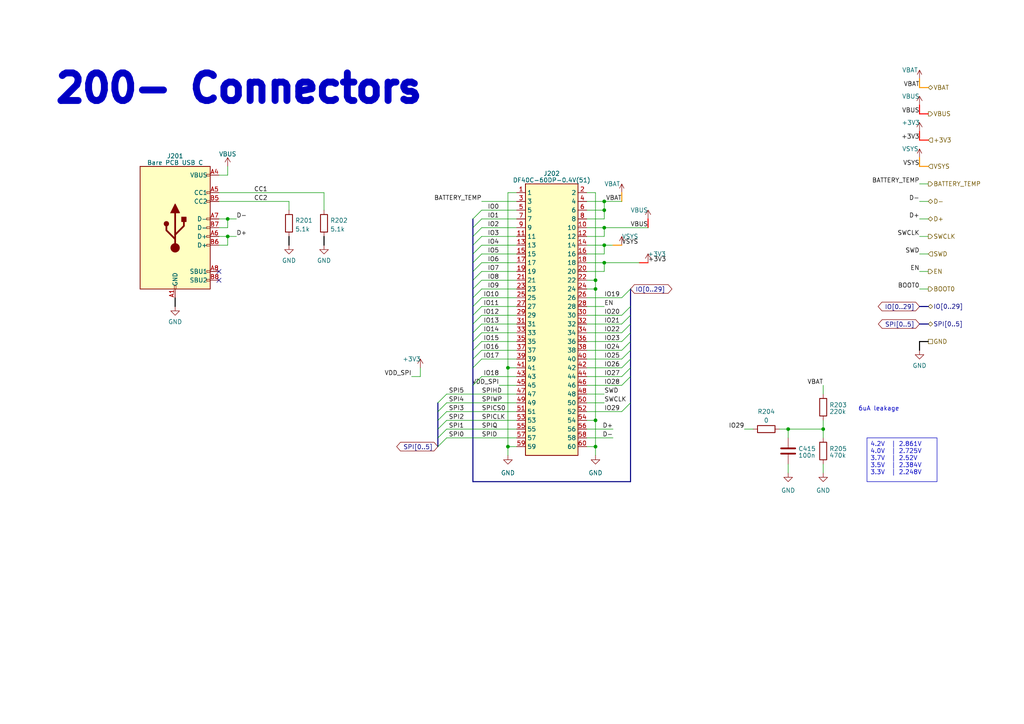
<source format=kicad_sch>
(kicad_sch (version 20230121) (generator eeschema)
  (paper "A4")
  (title_block (title "PSoM - RP2040") (date "2024-02-28") (rev "HW00") (company "PumaCorp") (comment 1 "Design by: NdG"))
  (lib_symbols
    (symbol "Component lib:C" (pin_numbers hide) (pin_names (offset 0.254))
      (property "Reference" "C" (at 0.635 -1.27 0))
      (property "Value" "C" (at 0.635 -6.35 0))
      (symbol "C_0_1"
        (polyline (pts (xy -2.032 -4.572) (xy 2.032 -4.572)) (stroke (width 0.508)))
        (polyline (pts (xy -2.032 -3.048) (xy 2.032 -3.048)) (stroke (width 0.508)))
      )
      (symbol "C_1_1"
        (pin passive line (at 0 0 270) (length 2.794) (name "~") (number "1"))
        (pin passive line (at 0 -7.62 90) (length 2.794) (name "~") (number "2"))
      )
    )
    (symbol "Component lib:R" (pin_numbers hide) (pin_names (offset 0))
      (property "Reference" "R" (at 2.032 -3.81 90))
      (property "Value" "R" (at 0 -3.81 90))
      (symbol "R_0_1"
        (rectangle (start -1.016 -6.35) (end 1.016 -1.27) (stroke (width 0.254)))
      )
      (symbol "R_1_1"
        (pin passive line (at 0 0 270) (length 1.27) (name "~") (number "1"))
        (pin passive line (at 0 -7.62 90) (length 1.27) (name "~") (number "2"))
      )
    )
    (symbol "Component_lib:Bare PCB USB C" (pin_names (offset 0.762))
      (property "Reference" "J" (at 0 2.54 0))
      (property "Value" "Bare PCB USB C" (at 0 2.54 0))
      (symbol "Bare PCB USB C_0_0"
        (rectangle (start 9.906 -35.56) (end 10.414 -34.544))
        (rectangle (start 20.32 -32.766) (end 19.304 -33.274))
        (rectangle (start 20.32 -30.226) (end 19.304 -30.734))
        (rectangle (start 20.32 -22.606) (end 19.304 -23.114))
        (rectangle (start 20.32 -20.066) (end 19.304 -20.574))
        (rectangle (start 20.32 -17.526) (end 19.304 -18.034))
        (rectangle (start 20.32 -14.986) (end 19.304 -15.494))
        (rectangle (start 20.32 -9.906) (end 19.304 -10.414))
        (rectangle (start 20.32 -7.366) (end 19.304 -7.874))
        (rectangle (start 20.32 -2.286) (end 19.304 -2.794))
      )
      (symbol "Bare PCB USB C_0_1"
        (polyline (pts (xy 10.16 -23.622) (xy 10.16 -13.462)) (stroke (width 0.508)))
        (polyline (pts (xy 10.16 -21.082) (xy 7.62 -18.542) (xy 7.62 -17.272)) (stroke (width 0.508)))
        (polyline (pts (xy 10.16 -19.812) (xy 12.7 -17.272) (xy 12.7 -16.002)) (stroke (width 0.508)))
        (polyline (pts (xy 8.89 -13.462) (xy 10.16 -10.922) (xy 11.43 -13.462) (xy 8.89 -13.462)) (stroke (width 0.254)) (fill (type outline)))
        (rectangle (start 0 0) (end 20.32 -35.56) (stroke (width 0.254)) (fill (type background)))
        (circle (center 7.62 -16.637) (radius 0.635) (stroke (width 0.254)) (fill (type outline)))
        (circle (center 10.16 -23.622) (radius 1.27) (fill (type outline)))
        (rectangle (start 12.065 -14.732) (end 13.335 -16.002) (stroke (width 0.254)) (fill (type outline)))
      )
      (symbol "Bare PCB USB C_1_1"
        (pin passive line (at 10.16 -38.1 90) (length 2.54) (name "GND") (number "A1"))
        (pin passive line (at 10.16 -38.1 90) (length 2.54) hide (name "GND") (number "A12"))
        (pin passive line (at 22.86 -2.54 180) (length 2.54) (name "VBUS") (number "A4"))
        (pin bidirectional line (at 22.86 -7.62 180) (length 2.54) (name "CC1") (number "A5"))
        (pin bidirectional line (at 22.86 -20.32 180) (length 2.54) (name "D+") (number "A6"))
        (pin bidirectional line (at 22.86 -15.24 180) (length 2.54) (name "D-") (number "A7"))
        (pin bidirectional line (at 22.86 -30.48 180) (length 2.54) (name "SBU1") (number "A8"))
        (pin passive line (at 22.86 -2.54 180) (length 2.54) hide (name "VBUS") (number "A9"))
        (pin passive line (at 10.16 -38.1 90) (length 2.54) hide (name "GND") (number "B1"))
        (pin passive line (at 10.16 -38.1 90) (length 2.54) hide (name "GND") (number "B12"))
        (pin passive line (at 22.86 -2.54 180) (length 2.54) hide (name "VBUS") (number "B4"))
        (pin bidirectional line (at 22.86 -10.16 180) (length 2.54) (name "CC2") (number "B5"))
        (pin bidirectional line (at 22.86 -22.86 180) (length 2.54) (name "D+") (number "B6"))
        (pin bidirectional line (at 22.86 -17.78 180) (length 2.54) (name "D-") (number "B7"))
        (pin bidirectional line (at 22.86 -33.02 180) (length 2.54) (name "SBU2") (number "B8"))
        (pin passive line (at 22.86 -2.54 180) (length 2.54) hide (name "VBUS") (number "B9"))
      )
    )
    (symbol "Component_lib:DF40C-60DP-0.4V(51)"
      (property "Reference" "J" (at 5.08 7.62 0))
      (property "Value" "DF40C-60DP-0.4V(51)" (at 12.7 5.08 0))
      (symbol "DF40C-60DP-0.4V(51)_1_1"
        (rectangle (start 2.54 2.54) (end 17.78 -76.2) (stroke (width 0.254)) (fill (type background)))
        (pin passive line (at 0 0 0) (length 2.54) (name "1") (number "1"))
        (pin passive line (at 20.32 -10.16 180) (length 2.54) (name "10") (number "10"))
        (pin passive line (at 0 -12.7 0) (length 2.54) (name "11") (number "11"))
        (pin passive line (at 20.32 -12.7 180) (length 2.54) (name "12") (number "12"))
        (pin passive line (at 0 -15.24 0) (length 2.54) (name "13") (number "13"))
        (pin passive line (at 20.32 -15.24 180) (length 2.54) (name "14") (number "14"))
        (pin passive line (at 0 -17.78 0) (length 2.54) (name "15") (number "15"))
        (pin passive line (at 20.32 -17.78 180) (length 2.54) (name "16") (number "16"))
        (pin passive line (at 0 -20.32 0) (length 2.54) (name "17") (number "17"))
        (pin passive line (at 20.32 -20.32 180) (length 2.54) (name "18") (number "18"))
        (pin passive line (at 0 -22.86 0) (length 2.54) (name "19") (number "19"))
        (pin passive line (at 20.32 0 180) (length 2.54) (name "2") (number "2"))
        (pin passive line (at 20.32 -22.86 180) (length 2.54) (name "20") (number "20"))
        (pin passive line (at 0 -25.4 0) (length 2.54) (name "21") (number "21"))
        (pin passive line (at 20.32 -25.4 180) (length 2.54) (name "22") (number "22"))
        (pin passive line (at 0 -27.94 0) (length 2.54) (name "23") (number "23"))
        (pin passive line (at 20.32 -27.94 180) (length 2.54) (name "24") (number "24"))
        (pin passive line (at 0 -30.48 0) (length 2.54) (name "25") (number "25"))
        (pin passive line (at 20.32 -30.48 180) (length 2.54) (name "26") (number "26"))
        (pin passive line (at 0 -33.02 0) (length 2.54) (name "27") (number "27"))
        (pin passive line (at 20.32 -33.02 180) (length 2.54) (name "28") (number "28"))
        (pin passive line (at 0 -35.56 0) (length 2.54) (name "29") (number "29"))
        (pin passive line (at 0 -2.54 0) (length 2.54) (name "3") (number "3"))
        (pin passive line (at 20.32 -35.56 180) (length 2.54) (name "30") (number "30"))
        (pin passive line (at 0 -38.1 0) (length 2.54) (name "31") (number "31"))
        (pin passive line (at 20.32 -38.1 180) (length 2.54) (name "32") (number "32"))
        (pin passive line (at 0 -40.64 0) (length 2.54) (name "33") (number "33"))
        (pin passive line (at 20.32 -40.64 180) (length 2.54) (name "34") (number "34"))
        (pin passive line (at 0 -43.18 0) (length 2.54) (name "35") (number "35"))
        (pin passive line (at 20.32 -43.18 180) (length 2.54) (name "36") (number "36"))
        (pin passive line (at 0 -45.72 0) (length 2.54) (name "37") (number "37"))
        (pin passive line (at 20.32 -45.72 180) (length 2.54) (name "38") (number "38"))
        (pin passive line (at 0 -48.26 0) (length 2.54) (name "39") (number "39"))
        (pin passive line (at 20.32 -2.54 180) (length 2.54) (name "4") (number "4"))
        (pin passive line (at 20.32 -48.26 180) (length 2.54) (name "40") (number "40"))
        (pin passive line (at 0 -50.8 0) (length 2.54) (name "41") (number "41"))
        (pin passive line (at 20.32 -50.8 180) (length 2.54) (name "42") (number "42"))
        (pin passive line (at 0 -53.34 0) (length 2.54) (name "43") (number "43"))
        (pin passive line (at 20.32 -53.34 180) (length 2.54) (name "44") (number "44"))
        (pin passive line (at 0 -55.88 0) (length 2.54) (name "45") (number "45"))
        (pin passive line (at 20.32 -55.88 180) (length 2.54) (name "46") (number "46"))
        (pin passive line (at 0 -58.42 0) (length 2.54) (name "47") (number "47"))
        (pin passive line (at 20.32 -58.42 180) (length 2.54) (name "48") (number "48"))
        (pin passive line (at 0 -60.96 0) (length 2.54) (name "49") (number "49"))
        (pin passive line (at 0 -5.08 0) (length 2.54) (name "5") (number "5"))
        (pin passive line (at 20.32 -60.96 180) (length 2.54) (name "50") (number "50"))
        (pin passive line (at 0 -63.5 0) (length 2.54) (name "51") (number "51"))
        (pin passive line (at 20.32 -63.5 180) (length 2.54) (name "52") (number "52"))
        (pin passive line (at 0 -66.04 0) (length 2.54) (name "53") (number "53"))
        (pin passive line (at 20.32 -66.04 180) (length 2.54) (name "54") (number "54"))
        (pin passive line (at 0 -68.58 0) (length 2.54) (name "55") (number "55"))
        (pin passive line (at 20.32 -68.58 180) (length 2.54) (name "56") (number "56"))
        (pin passive line (at 0 -71.12 0) (length 2.54) (name "57") (number "57"))
        (pin passive line (at 20.32 -71.12 180) (length 2.54) (name "58") (number "58"))
        (pin passive line (at 0 -73.66 0) (length 2.54) (name "59") (number "59"))
        (pin passive line (at 20.32 -5.08 180) (length 2.54) (name "6") (number "6"))
        (pin passive line (at 20.32 -73.66 180) (length 2.54) (name "60") (number "60"))
        (pin passive line (at 0 -7.62 0) (length 2.54) (name "7") (number "7"))
        (pin passive line (at 20.32 -7.62 180) (length 2.54) (name "8") (number "8"))
        (pin passive line (at 0 -10.16 0) (length 2.54) (name "9") (number "9"))
      )
    )
    (symbol "Component_lib:R" (pin_numbers hide) (pin_names (offset 0))
      (property "Reference" "R" (at 2.032 -3.81 90))
      (property "Value" "R" (at 0 -3.81 90))
      (symbol "R_0_1"
        (rectangle (start -1.016 -6.35) (end 1.016 -1.27) (stroke (width 0.254)))
      )
      (symbol "R_1_1"
        (pin passive line (at 0 0 270) (length 1.27) (name "~") (number "1"))
        (pin passive line (at 0 -7.62 90) (length 1.27) (name "~") (number "2"))
      )
    )
    (symbol "Component_lib:VBAT" (power) (pin_numbers hide) (in_bom no) (on_board no)
      (property "Value" "VBAT" (at 0 3.81 0))
      (symbol "VBAT_0_0"
        (pin passive line (at 0 0 90) (length 2.54) hide (name "") (number ""))
      )
      (symbol "VBAT_0_1"
        (polyline (pts (xy 0 0) (xy 0 2.54) (xy 0.635 1.27) (xy 0 2.54) (xy -0.635 1.27)) (stroke (width 0.1524)))
      )
    )
    (symbol "Component_lib:VSYS" (power) (pin_numbers hide) (in_bom no) (on_board no)
      (property "Value" "VSYS" (at 0 3.81 0))
      (symbol "VSYS_0_0"
        (pin passive line (at 0 0 90) (length 2.54) hide (name "") (number ""))
      )
      (symbol "VSYS_0_1"
        (polyline (pts (xy 0 0) (xy 0 2.54) (xy 0.635 1.27) (xy 0 2.54) (xy -0.635 1.27)) (stroke (width 0.1524)))
      )
    )
    (symbol "GND_2" (power) (pin_names (offset 0))
      (property "Value" "GND_2" (at 0 -3.81 0))
      (symbol "GND_2_0_1"
        (polyline (pts (xy 0 0) (xy 0 -1.27) (xy 1.27 -1.27) (xy 0 -2.54) (xy -1.27 -1.27) (xy 0 -1.27)))
      )
      (symbol "GND_2_1_1"
        (pin power_in line (at 0 0 270) (length 0) hide (name "GND") (number "1"))
      )
    )
    (symbol "power:+3V3" (power) (pin_names (offset 0))
      (property "Value" "+3V3" (at 0 3.556 0))
      (symbol "+3V3_0_1"
        (polyline (pts (xy -0.762 1.27) (xy 0 2.54)))
        (polyline (pts (xy 0 0) (xy 0 2.54)))
        (polyline (pts (xy 0 2.54) (xy 0.762 1.27)))
      )
      (symbol "+3V3_1_1"
        (pin power_in line (at 0 0 90) (length 0) hide (name "+3V3") (number "1"))
      )
    )
    (symbol "power:GND" (power) (pin_names (offset 0))
      (property "Value" "GND" (at 0 -3.81 0))
      (symbol "GND_0_1"
        (polyline (pts (xy 0 0) (xy 0 -1.27) (xy 1.27 -1.27) (xy 0 -2.54) (xy -1.27 -1.27) (xy 0 -1.27)))
      )
      (symbol "GND_1_1"
        (pin power_in line (at 0 0 270) (length 0) hide (name "GND") (number "1"))
      )
    )
    (symbol "power:VBUS" (power) (pin_names (offset 0))
      (property "Value" "VBUS" (at 0 3.81 0))
      (symbol "VBUS_0_1"
        (polyline (pts (xy -0.762 1.27) (xy 0 2.54)))
        (polyline (pts (xy 0 0) (xy 0 2.54)))
        (polyline (pts (xy 0 2.54) (xy 0.762 1.27)))
      )
      (symbol "VBUS_1_1"
        (pin power_in line (at 0 0 90) (length 0) hide (name "VBUS") (number "1"))
      )
    )
  )
  (junction (at 66.04 68.58))
  (junction (at 228.6 124.46))
  (junction (at 172.72 83.82))
  (junction (at 175.26 58.42))
  (junction (at 147.32 129.54))
  (junction (at 175.26 76.2))
  (junction (at 147.32 106.68))
  (junction (at 175.26 60.96))
  (junction (at 172.72 121.92))
  (junction (at 175.26 66.04))
  (junction (at 175.26 71.12))
  (junction (at 238.76 124.46))
  (junction (at 172.72 129.54))
  (junction (at 172.72 81.28))
  (junction (at 66.04 63.5))
  (no_connect (at 63.5 81.28))
  (no_connect (at 63.5 78.74))
  (bus_entry (at 137.16 71.12) (size 2.54 -2.54))
  (bus_entry (at 139.7 93.98) (size -2.54 2.54))
  (bus_entry (at 137.16 76.2) (size 2.54 -2.54))
  (bus_entry (at 137.16 81.28) (size 2.54 -2.54))
  (bus_entry (at 180.34 101.6) (size 2.54 -2.54))
  (bus_entry (at 180.34 96.52) (size 2.54 -2.54))
  (bus_entry (at 139.7 88.9) (size -2.54 2.54))
  (bus_entry (at 180.34 111.76) (size 2.54 -2.54))
  (bus_entry (at 180.34 119.38) (size 2.54 -2.54))
  (bus_entry (at 137.16 78.74) (size 2.54 -2.54))
  (bus_entry (at 129.54 116.84) (size -2.54 2.54))
  (bus_entry (at 139.7 99.06) (size -2.54 2.54))
  (bus_entry (at 137.16 73.66) (size 2.54 -2.54))
  (bus_entry (at 139.7 86.36) (size -2.54 2.54))
  (bus_entry (at 129.54 127) (size -2.54 2.54))
  (bus_entry (at 180.34 99.06) (size 2.54 -2.54))
  (bus_entry (at 137.16 66.04) (size 2.54 -2.54))
  (bus_entry (at 129.54 114.3) (size -2.54 2.54))
  (bus_entry (at 180.34 91.44) (size 2.54 -2.54))
  (bus_entry (at 180.34 104.14) (size 2.54 -2.54))
  (bus_entry (at 139.7 83.82) (size -2.54 2.54))
  (bus_entry (at 139.7 81.28) (size -2.54 2.54))
  (bus_entry (at 180.34 86.36) (size 2.54 -2.54))
  (bus_entry (at 180.34 106.68) (size 2.54 -2.54))
  (bus_entry (at 139.7 96.52) (size -2.54 2.54))
  (bus_entry (at 129.54 121.92) (size -2.54 2.54))
  (bus_entry (at 137.16 106.68) (size 2.54 -2.54))
  (bus_entry (at 180.34 93.98) (size 2.54 -2.54))
  (bus_entry (at 139.7 91.44) (size -2.54 2.54))
  (bus_entry (at 137.16 68.58) (size 2.54 -2.54))
  (bus_entry (at 180.34 109.22) (size 2.54 -2.54))
  (bus_entry (at 129.54 124.46) (size -2.54 2.54))
  (bus_entry (at 139.7 101.6) (size -2.54 2.54))
  (bus_entry (at 137.16 111.76) (size 2.54 -2.54))
  (bus_entry (at 137.16 63.5) (size 2.54 -2.54))
  (bus_entry (at 129.54 119.38) (size -2.54 2.54))
  (wire (pts (xy 129.54 119.38) (xy 149.86 119.38)))
  (bus (pts (xy 182.88 109.22) (xy 182.88 116.84)))
  (bus (pts (xy 127 127) (xy 127 124.46)))
  (bus (pts (xy 137.16 81.28) (xy 137.16 83.82)))
  (wire (pts (xy 66.04 68.58) (xy 68.58 68.58)))
  (wire (pts (xy 266.7 22.86) (xy 266.7 25.4)) (stroke (width 0.3) (color 255 153 0 1)))
  (wire (pts (xy 170.18 93.98) (xy 180.34 93.98)))
  (wire (pts (xy 139.7 58.42) (xy 149.86 58.42)))
  (bus (pts (xy 137.16 104.14) (xy 137.16 106.68)))
  (wire (pts (xy 175.26 78.74) (xy 175.26 76.2)))
  (wire (pts (xy 238.76 111.76) (xy 238.76 114.3)))
  (wire (pts (xy 139.7 101.6) (xy 149.86 101.6)))
  (bus (pts (xy 182.88 106.68) (xy 182.88 109.22)))
  (wire (pts (xy 172.72 55.88) (xy 172.72 81.28)))
  (wire (pts (xy 170.18 81.28) (xy 172.72 81.28)))
  (wire (pts (xy 63.5 58.42) (xy 83.82 58.42)))
  (wire (pts (xy 66.04 63.5) (xy 63.5 63.5)))
  (wire (pts (xy 147.32 106.68) (xy 147.32 129.54)))
  (wire (pts (xy 266.7 48.26) (xy 269.24 48.26)) (stroke (width 0.3) (color 255 148 0 1)))
  (wire (pts (xy 170.18 121.92) (xy 172.72 121.92)))
  (bus (pts (xy 137.16 63.5) (xy 137.16 66.04)))
  (wire (pts (xy 139.7 73.66) (xy 149.86 73.66)))
  (wire (pts (xy 170.18 76.2) (xy 175.26 76.2)))
  (wire (pts (xy 139.7 60.96) (xy 149.86 60.96)))
  (bus (pts (xy 182.88 93.98) (xy 182.88 96.52)))
  (wire (pts (xy 144.78 111.76) (xy 149.86 111.76)))
  (wire (pts (xy 170.18 68.58) (xy 175.26 68.58)))
  (wire (pts (xy 266.7 83.82) (xy 269.24 83.82)))
  (wire (pts (xy 147.32 106.68) (xy 149.86 106.68)))
  (bus (pts (xy 127 119.38) (xy 127 116.84)))
  (bus (pts (xy 137.16 101.6) (xy 137.16 104.14)))
  (bus (pts (xy 137.16 139.7) (xy 182.88 139.7)))
  (wire (pts (xy 170.18 78.74) (xy 175.26 78.74)))
  (bus (pts (xy 137.16 71.12) (xy 137.16 73.66)))
  (wire (pts (xy 170.18 66.04) (xy 175.26 66.04)))
  (wire (pts (xy 228.6 124.46) (xy 228.6 127)))
  (wire (pts (xy 170.18 91.44) (xy 180.34 91.44)))
  (bus (pts (xy 266.7 93.98) (xy 269.24 93.98)))
  (wire (pts (xy 175.26 60.96) (xy 175.26 58.42)))
  (wire (pts (xy 170.18 109.22) (xy 180.34 109.22)))
  (wire (pts (xy 175.26 68.58) (xy 175.26 66.04)))
  (wire (pts (xy 266.7 73.66) (xy 269.24 73.66)))
  (wire (pts (xy 139.7 63.5) (xy 149.86 63.5)))
  (wire (pts (xy 170.18 60.96) (xy 175.26 60.96)))
  (wire (pts (xy 228.6 124.46) (xy 238.76 124.46)))
  (wire (pts (xy 139.7 71.12) (xy 149.86 71.12)))
  (wire (pts (xy 266.7 68.58) (xy 269.24 68.58)))
  (wire (pts (xy 266.7 30.48) (xy 266.7 33.02)) (stroke (width 0.3) (color 255 0 0 1)))
  (wire (pts (xy 139.7 76.2) (xy 149.86 76.2)))
  (wire (pts (xy 266.7 33.02) (xy 269.24 33.02)) (stroke (width 0.3) (color 255 0 0 1)))
  (wire (pts (xy 139.7 93.98) (xy 149.86 93.98)))
  (wire (pts (xy 266.7 38.1) (xy 266.7 40.64)) (stroke (width 0.3) (color 255 17 1 1)))
  (wire (pts (xy 170.18 71.12) (xy 175.26 71.12)))
  (wire (pts (xy 172.72 83.82) (xy 172.72 121.92)))
  (wire (pts (xy 170.18 63.5) (xy 175.26 63.5)))
  (wire (pts (xy 121.92 109.22) (xy 121.92 106.68)))
  (wire (pts (xy 175.26 66.04) (xy 187.96 66.04)))
  (wire (pts (xy 170.18 88.9) (xy 175.26 88.9)))
  (wire (pts (xy 226.06 124.46) (xy 228.6 124.46)))
  (wire (pts (xy 238.76 124.46) (xy 238.76 127)))
  (wire (pts (xy 175.26 76.2) (xy 185.42 76.2)))
  (wire (pts (xy 175.26 63.5) (xy 175.26 60.96)))
  (wire (pts (xy 83.82 68.58) (xy 83.82 71.12)) (stroke (width 0.3) (color 0 0 0 1)))
  (wire (pts (xy 266.7 101.6) (xy 266.7 99.06)) (stroke (width 0.3) (color 0 0 0 1)))
  (wire (pts (xy 185.42 76.2) (xy 187.96 76.2)) (stroke (width 0.3) (color 255 17 1 1)))
  (bus (pts (xy 137.16 76.2) (xy 137.16 78.74)))
  (wire (pts (xy 170.18 127) (xy 177.8 127)))
  (bus (pts (xy 182.88 88.9) (xy 182.88 91.44)))
  (wire (pts (xy 266.7 63.5) (xy 269.24 63.5)))
  (wire (pts (xy 139.7 99.06) (xy 149.86 99.06)))
  (wire (pts (xy 139.7 68.58) (xy 149.86 68.58)))
  (wire (pts (xy 266.7 53.34) (xy 269.24 53.34)))
  (wire (pts (xy 139.7 83.82) (xy 149.86 83.82)))
  (wire (pts (xy 172.72 81.28) (xy 172.72 83.82)))
  (bus (pts (xy 137.16 91.44) (xy 137.16 93.98)))
  (wire (pts (xy 266.7 25.4) (xy 269.24 25.4)) (stroke (width 0.3) (color 255 153 0 1)))
  (wire (pts (xy 170.18 83.82) (xy 172.72 83.82)))
  (bus (pts (xy 182.88 101.6) (xy 182.88 104.14)))
  (wire (pts (xy 170.18 99.06) (xy 180.34 99.06)))
  (wire (pts (xy 93.98 55.88) (xy 93.98 60.96)))
  (bus (pts (xy 182.88 83.82) (xy 182.88 88.9)))
  (wire (pts (xy 266.7 78.74) (xy 269.24 78.74)))
  (wire (pts (xy 147.32 129.54) (xy 147.32 132.08)))
  (wire (pts (xy 139.7 66.04) (xy 149.86 66.04)))
  (bus (pts (xy 137.16 68.58) (xy 137.16 71.12)))
  (wire (pts (xy 238.76 134.62) (xy 238.76 137.16)))
  (wire (pts (xy 187.96 63.5) (xy 187.96 66.04)) (stroke (width 0.3) (color 255 0 0 1)))
  (wire (pts (xy 129.54 114.3) (xy 149.86 114.3)))
  (bus (pts (xy 182.88 99.06) (xy 182.88 101.6)))
  (wire (pts (xy 149.86 55.88) (xy 147.32 55.88)))
  (wire (pts (xy 63.5 68.58) (xy 66.04 68.58)))
  (wire (pts (xy 63.5 55.88) (xy 93.98 55.88)))
  (wire (pts (xy 66.04 71.12) (xy 63.5 71.12)))
  (wire (pts (xy 170.18 86.36) (xy 180.34 86.36)))
  (bus (pts (xy 266.7 88.9) (xy 269.24 88.9)))
  (wire (pts (xy 147.32 55.88) (xy 147.32 106.68)))
  (bus (pts (xy 137.16 83.82) (xy 137.16 86.36)))
  (wire (pts (xy 170.18 101.6) (xy 180.34 101.6)))
  (wire (pts (xy 139.7 96.52) (xy 149.86 96.52)))
  (wire (pts (xy 139.7 109.22) (xy 149.86 109.22)))
  (wire (pts (xy 238.76 124.46) (xy 238.76 121.92)))
  (wire (pts (xy 172.72 121.92) (xy 172.72 129.54)))
  (wire (pts (xy 266.7 45.72) (xy 266.7 48.26)) (stroke (width 0.3) (color 255 148 0 1)))
  (wire (pts (xy 170.18 104.14) (xy 180.34 104.14)))
  (wire (pts (xy 119.38 109.22) (xy 121.92 109.22)))
  (wire (pts (xy 170.18 124.46) (xy 177.8 124.46)))
  (wire (pts (xy 266.7 99.06) (xy 269.24 99.06)) (stroke (width 0.3) (color 0 0 0 1)))
  (bus (pts (xy 182.88 91.44) (xy 182.88 93.98)))
  (wire (pts (xy 177.8 71.12) (xy 180.34 71.12)) (stroke (width 0.3) (color 255 148 0 1)))
  (wire (pts (xy 147.32 129.54) (xy 149.86 129.54)))
  (bus (pts (xy 137.16 66.04) (xy 137.16 68.58)))
  (wire (pts (xy 170.18 96.52) (xy 180.34 96.52)))
  (wire (pts (xy 175.26 71.12) (xy 177.8 71.12)))
  (wire (pts (xy 139.7 91.44) (xy 149.86 91.44)))
  (wire (pts (xy 139.7 78.74) (xy 149.86 78.74)))
  (wire (pts (xy 139.7 86.36) (xy 149.86 86.36)))
  (wire (pts (xy 63.5 66.04) (xy 66.04 66.04)))
  (wire (pts (xy 129.54 116.84) (xy 149.86 116.84)))
  (bus (pts (xy 137.16 111.76) (xy 137.16 139.7)))
  (wire (pts (xy 170.18 129.54) (xy 172.72 129.54)))
  (wire (pts (xy 170.18 119.38) (xy 180.34 119.38)))
  (wire (pts (xy 170.18 106.68) (xy 180.34 106.68)))
  (wire (pts (xy 129.54 124.46) (xy 149.86 124.46)))
  (bus (pts (xy 137.16 106.68) (xy 137.16 111.76)))
  (wire (pts (xy 170.18 114.3) (xy 175.26 114.3)))
  (wire (pts (xy 170.18 55.88) (xy 172.72 55.88)))
  (wire (pts (xy 66.04 68.58) (xy 66.04 71.12)))
  (wire (pts (xy 170.18 111.76) (xy 180.34 111.76)))
  (wire (pts (xy 139.7 88.9) (xy 149.86 88.9)))
  (wire (pts (xy 170.18 73.66) (xy 175.26 73.66)))
  (bus (pts (xy 137.16 78.74) (xy 137.16 81.28)))
  (bus (pts (xy 182.88 116.84) (xy 182.88 139.7)))
  (wire (pts (xy 175.26 73.66) (xy 175.26 71.12)))
  (wire (pts (xy 93.98 68.58) (xy 93.98 71.12)) (stroke (width 0.3) (color 0 0 0 1)))
  (wire (pts (xy 139.7 81.28) (xy 149.86 81.28)))
  (bus (pts (xy 137.16 86.36) (xy 137.16 88.9)))
  (wire (pts (xy 66.04 66.04) (xy 66.04 63.5)))
  (bus (pts (xy 137.16 96.52) (xy 137.16 99.06)))
  (wire (pts (xy 66.04 50.8) (xy 63.5 50.8)))
  (wire (pts (xy 83.82 60.96) (xy 83.82 58.42)))
  (bus (pts (xy 137.16 88.9) (xy 137.16 91.44)))
  (bus (pts (xy 127 124.46) (xy 127 121.92)))
  (wire (pts (xy 50.8 86.36) (xy 50.8 88.9)) (stroke (width 0.3) (color 0 0 0 1)))
  (wire (pts (xy 66.04 63.5) (xy 68.58 63.5)))
  (wire (pts (xy 139.7 104.14) (xy 149.86 104.14)))
  (bus (pts (xy 137.16 93.98) (xy 137.16 96.52)))
  (bus (pts (xy 127 129.54) (xy 127 127)))
  (wire (pts (xy 228.6 134.62) (xy 228.6 137.16)))
  (bus (pts (xy 127 121.92) (xy 127 119.38)))
  (wire (pts (xy 266.7 58.42) (xy 269.24 58.42)))
  (wire (pts (xy 170.18 116.84) (xy 175.26 116.84)))
  (bus (pts (xy 137.16 99.06) (xy 137.16 101.6)))
  (bus (pts (xy 137.16 73.66) (xy 137.16 76.2)))
  (wire (pts (xy 215.9 124.46) (xy 218.44 124.46)))
  (bus (pts (xy 182.88 96.52) (xy 182.88 99.06)))
  (wire (pts (xy 172.72 129.54) (xy 172.72 132.08)))
  (wire (pts (xy 180.34 55.88) (xy 180.34 58.42)) (stroke (width 0.3) (color 255 153 0 1)))
  (bus (pts (xy 182.88 104.14) (xy 182.88 106.68)))
  (wire (pts (xy 66.04 48.26) (xy 66.04 50.8)))
  (wire (pts (xy 175.26 58.42) (xy 180.34 58.42)))
  (wire (pts (xy 129.54 121.92) (xy 149.86 121.92)))
  (wire (pts (xy 170.18 58.42) (xy 175.26 58.42)))
  (wire (pts (xy 129.54 127) (xy 149.86 127)))
  (wire (pts (xy 266.7 40.64) (xy 269.24 40.64)) (stroke (width 0.3) (color 255 17 1 1)))
  (text_box "4.2V  | 2.861V\n4.0V  | 2.725V\n3.7V  | 2.52V\n3.5V  | 2.384V\n3.3V  | 2.248V" (at 251.46 127 0) (size 20.32 12.7) (effects (font (size 1.27 1.27)) (justify left top)))
  (text "200- Connectors" (at 15.24 30.48 0) (effects (font (size 8 8) (thickness 3) bold) (justify left bottom)))
  (text "6uA leakage" (at 248.92 119.38 0) (effects (font (size 1.27 1.27)) (justify left bottom)))
  (label "IO6" (at 144.78 76.2 180))
  (label "BATTERY_TEMP" (at 139.7 58.42 180))
  (label "VSYS" (at 180.34 71.12 0))
  (label "IO25" (at 175.26 104.14 0))
  (label "IO27" (at 175.26 109.22 0))
  (label "IO8" (at 144.78 81.28 180))
  (label "EN" (at 266.7 78.74 180))
  (label "SWD" (at 266.7 73.66 180))
  (label "VBAT" (at 266.7 25.4 180))
  (label "D-" (at 68.58 63.5 0))
  (label "VBUS" (at 266.7 33.02 180))
  (label "VBAT" (at 180.34 58.42 180))
  (label "SPIWP" (at 139.7 116.84 0))
  (label "D-" (at 177.8 127 180))
  (label "SPI4" (at 134.62 116.84 180))
  (label "D+" (at 68.58 68.58 0))
  (label "IO10" (at 144.78 86.36 180))
  (label "IO9" (at 144.78 83.82 180))
  (label "IO29" (at 215.9 124.46 180))
  (label "IO28" (at 175.26 111.76 0))
  (label "BOOT0" (at 266.7 83.82 180))
  (label "IO13" (at 144.78 93.98 180))
  (label "D+" (at 177.8 124.46 180))
  (label "IO18" (at 144.78 109.22 180))
  (label "CC2" (at 73.66 58.42 0))
  (label "SPICLK" (at 139.7 121.92 0))
  (label "IO26" (at 175.26 106.68 0))
  (label "IO15" (at 144.78 99.06 180))
  (label "D+" (at 266.7 63.5 180))
  (label "VSYS" (at 266.7 48.26 180))
  (label "IO24" (at 175.26 101.6 0))
  (label "BATTERY_TEMP" (at 266.7 53.34 180))
  (label "IO16" (at 144.78 101.6 180))
  (label "IO17" (at 144.78 104.14 180))
  (label "IO5" (at 144.78 73.66 180))
  (label "IO22" (at 175.26 96.52 0))
  (label "SPI5" (at 134.62 114.3 180))
  (label "IO1" (at 144.78 63.5 180))
  (label "EN" (at 175.26 88.9 0))
  (label "IO29" (at 175.26 119.38 0))
  (label "SPIQ" (at 139.7 124.46 0))
  (label "SPI2" (at 134.62 121.92 180))
  (label "SWD" (at 175.26 114.3 0))
  (label "IO19" (at 175.26 86.36 0))
  (label "IO12" (at 144.78 91.44 180))
  (label "D-" (at 266.7 58.42 180))
  (label "+3V3" (at 266.7 40.64 180))
  (label "VDD_SPI" (at 144.78 111.76 180))
  (label "IO23" (at 175.26 99.06 0))
  (label "SPI3" (at 134.62 119.38 180))
  (label "IO20" (at 175.26 91.44 0))
  (label "CC1" (at 73.66 55.88 0))
  (label "SPID" (at 139.7 127 0))
  (label "SWCLK" (at 175.26 116.84 0))
  (label "IO21" (at 175.26 93.98 0))
  (label "SWCLK" (at 266.7 68.58 180))
  (label "IO14" (at 144.78 96.52 180))
  (label "IO4" (at 144.78 71.12 180))
  (label "VBAT" (at 238.76 111.76 180))
  (label "VBUS" (at 187.96 66.04 180))
  (label "IO0" (at 144.78 60.96 180))
  (label "SPI1" (at 134.62 124.46 180))
  (label "IO2" (at 144.78 66.04 180))
  (label "SPI0" (at 134.62 127 180))
  (label "+3V3" (at 187.96 76.2 0))
  (label "SPIHD" (at 139.7 114.3 0))
  (label "IO3" (at 144.78 68.58 180))
  (label "IO11" (at 144.78 88.9 180))
  (label "IO7" (at 144.78 78.74 180))
  (label "VDD_SPI" (at 119.38 109.22 180))
  (label "SPICS0" (at 139.7 119.38 0))
  (global_label "IO[0..29]" (shape bidirectional) (at 182.88 83.82 0) (property "Intersheetrefs" "${INTERSHEET_REFS}" (effects hide)))
  (global_label "SPI[0..5]" (shape bidirectional) (at 127 129.54 180) (property "Intersheetrefs" "${INTERSHEET_REFS}" (effects hide)))
  (global_label "IO[0..29]" (shape bidirectional) (at 266.7 88.9 180) (property "Intersheetrefs" "${INTERSHEET_REFS}" (effects hide)))
  (global_label "SPI[0..5]" (shape bidirectional) (at 266.7 93.98 180) (property "Intersheetrefs" "${INTERSHEET_REFS}" (effects hide)))
  (hierarchical_label "VBAT" (shape bidirectional) (at 269.24 25.4 0))
  (hierarchical_label "EN" (shape output) (at 269.24 78.74 0))
  (hierarchical_label "+3V3" (shape input) (at 269.24 40.64 0))
  (hierarchical_label "BOOT0" (shape output) (at 269.24 83.82 0))
  (hierarchical_label "VSYS" (shape input) (at 269.24 48.26 0))
  (hierarchical_label "D+" (shape bidirectional) (at 269.24 63.5 0))
  (hierarchical_label "SWCLK" (shape output) (at 269.24 68.58 0))
  (hierarchical_label "BATTERY_TEMP" (shape output) (at 269.24 53.34 0))
  (hierarchical_label "GND" (shape passive) (at 269.24 99.06 0))
  (hierarchical_label "SPI[0..5]" (shape bidirectional) (at 269.24 93.98 0))
  (hierarchical_label "IO[0..29]" (shape bidirectional) (at 269.24 88.9 0))
  (hierarchical_label "SWD" (shape input) (at 269.24 73.66 0))
  (hierarchical_label "VBUS" (shape output) (at 269.24 33.02 0))
  (hierarchical_label "D-" (shape bidirectional) (at 269.24 58.42 0))
  (symbol (lib_id "Component_lib:VBAT") (at 180.34 55.88 0) (unit 1) (in_bom no) (on_board no)
    (property "Reference" "#VBAT0202" (effects hide))
    (property "Value" "VBAT" (at 175.26 53.34 0) (effects (justify left)))
    (instances (project "PSoM_RP2040_00" (path "" (reference "#VBAT0202") (unit 1))) (project "PMK_Keyboard" (path "" (reference "#VBAT0102") (unit 1))))
  )
  (symbol (lib_id "Component_lib:VSYS") (at 266.7 45.72 0) (unit 1) (in_bom no) (on_board no)
    (property "Reference" "#VSYS0201" (effects hide))
    (property "Value" "VSYS" (at 261.62 43.18 0) (effects (justify left)))
  )
  (symbol (lib_id "power:VBUS") (at 187.96 63.5 0) (unit 1)
    (property "Reference" "#PWR0204" (effects hide))
    (property "Value" "VBUS" (at 185.42 60.96 0))
    (instances (project "PSoM_RP2040_00" (path "" (reference "#PWR0204") (unit 1))) (project "PMK_Keyboard" (path "" (reference "#PWR0101") (unit 1))))
  )
  (symbol (lib_name "GND_2") (lib_id "power:GND") (at 238.76 137.16 0) (unit 1)
    (property "Reference" "#PWR0214" (effects hide))
    (property "Value" "GND" (at 238.76 142.24 0))
  )
  (symbol (lib_id "Component_lib:R") (at 238.76 114.3 0) (unit 1)
    (property "Reference" "R203" (at 240.538 117.4663 0) (effects (justify left)))
    (property "Value" "220k" (at 240.538 119.3873 0) (effects (justify left)))
    (property "Footprint" "Resistor_SMD:R_0201_0603Metric" (effects hide))
  )
  (symbol (lib_name "GND_2") (lib_id "power:GND") (at 172.72 132.08 0) (unit 1)
    (property "Reference" "#PWR0212" (effects hide))
    (property "Value" "GND" (at 172.72 137.16 0))
  )
  (symbol (lib_id "Component lib:R") (at 83.82 60.96 0) (unit 1)
    (property "Reference" "R201" (at 85.598 63.9353 0) (effects (justify left)))
    (property "Value" "5.1k" (at 85.598 66.4722 0) (effects (justify left)))
    (property "Footprint" "Resistor_SMD:R_0201_0603Metric" (effects hide))
    (instances (project "PSoM_RP2040_00" (path "" (reference "R201") (unit 1))) (project "PMK_Keyboard" (path "" (reference "R101") (unit 1))))
  )
  (symbol (lib_name "GND_2") (lib_id "power:GND") (at 147.32 132.08 0) (unit 1)
    (property "Reference" "#PWR0211" (effects hide))
    (property "Value" "GND" (at 147.32 137.16 0))
  )
  (symbol (lib_id "Component_lib:R") (at 238.76 127 0) (unit 1)
    (property "Reference" "R205" (at 240.538 130.1663 0) (effects (justify left)))
    (property "Value" "470k" (at 240.538 132.0873 0) (effects (justify left)))
    (property "Footprint" "Resistor_SMD:R_0201_0603Metric" (effects hide))
  )
  (symbol (lib_id "Component_lib:VSYS") (at 180.34 71.12 0) (unit 1) (in_bom no) (on_board no)
    (property "Reference" "#VSYS0202" (effects hide))
    (property "Value" "VSYS" (at 180.34 68.58 0) (effects (justify left)))
  )
  (symbol (lib_id "power:+3V3") (at 121.92 106.68 0) (unit 1)
    (property "Reference" "#PWR0210" (effects hide))
    (property "Value" "+3V3" (at 119.38 104.14 0))
  )
  (symbol (lib_id "power:GND") (at 83.82 71.12 0) (unit 1)
    (property "Reference" "#PWR0205" (effects hide))
    (property "Value" "GND" (at 83.82 75.5634 0))
    (instances (project "PSoM_RP2040_00" (path "" (reference "#PWR0205") (unit 1))) (project "PMK_Keyboard" (path "" (reference "#PWR0104") (unit 1))))
  )
  (symbol (lib_id "power:+3V3") (at 266.7 38.1 0) (unit 1)
    (property "Reference" "#PWR0202" (effects hide))
    (property "Value" "+3V3" (at 264.16 35.56 0))
  )
  (symbol (lib_id "Component_lib:VBAT") (at 266.7 22.86 0) (unit 1) (in_bom no) (on_board no)
    (property "Reference" "#VBAT0201" (effects hide))
    (property "Value" "VBAT" (at 261.62 20.32 0) (effects (justify left)))
    (instances (project "PSoM_RP2040_00" (path "" (reference "#VBAT0201") (unit 1))) (project "PMK_Keyboard" (path "" (reference "#VBAT0102") (unit 1))))
  )
  (symbol (lib_id "Component_lib:DF40C-60DP-0.4V(51)") (at 149.86 55.88 0) (unit 1)
    (property "Reference" "J202" (at 160.02 50.3301 0))
    (property "Value" "DF40C-60DP-0.4V(51)" (at 160.02 52.2511 0))
    (property "Footprint" "Component_lib:DF40C-60DP-0.4V(51)" (effects hide))
    (property "Datasheet" "https://www.mouser.ch/ProductDetail/Hirose-Connector/DF40C-60DP-04V51?qs=eDUdFcBPps0%252B%252BrqDQtiLyw%3D%3D" (effects hide))
  )
  (symbol (lib_id "power:VBUS") (at 266.7 30.48 0) (unit 1)
    (property "Reference" "#PWR0201" (effects hide))
    (property "Value" "VBUS" (at 264.16 27.94 0))
    (instances (project "PSoM_RP2040_00" (path "" (reference "#PWR0201") (unit 1))) (project "PMK_Keyboard" (path "" (reference "#PWR0101") (unit 1))))
  )
  (symbol (lib_id "power:GND") (at 50.8 88.9 0) (unit 1)
    (property "Reference" "#PWR0208" (effects hide))
    (property "Value" "GND" (at 50.8 93.3434 0))
    (instances (project "PSoM_RP2040_00" (path "" (reference "#PWR0208") (unit 1))) (project "PMK_Keyboard" (path "" (reference "#PWR0107") (unit 1))))
  )
  (symbol (lib_id "power:GND") (at 266.7 101.6 0) (unit 1)
    (property "Reference" "#PWR0209" (effects hide))
    (property "Value" "GND" (at 266.7 106.0434 0))
    (instances (project "PSoM_RP2040_00" (path "" (reference "#PWR0209") (unit 1))) (project "PMK_Keyboard" (path "" (reference "#PWR0118") (unit 1))))
  )
  (symbol (lib_id "power:GND") (at 93.98 71.12 0) (unit 1)
    (property "Reference" "#PWR0206" (effects hide))
    (property "Value" "GND" (at 93.98 75.5634 0))
    (instances (project "PSoM_RP2040_00" (path "" (reference "#PWR0206") (unit 1))) (project "PMK_Keyboard" (path "" (reference "#PWR0105") (unit 1))))
  )
  (symbol (lib_name "GND_2") (lib_id "power:GND") (at 228.6 137.16 0) (unit 1)
    (property "Reference" "#PWR0213" (effects hide))
    (property "Value" "GND" (at 228.6 142.24 0))
  )
  (symbol (lib_id "Component lib:R") (at 93.98 60.96 0) (unit 1)
    (property "Reference" "R202" (at 95.758 63.9353 0) (effects (justify left)))
    (property "Value" "5.1k" (at 95.758 66.4722 0) (effects (justify left)))
    (property "Footprint" "Resistor_SMD:R_0201_0603Metric" (effects hide))
    (instances (project "PSoM_RP2040_00" (path "" (reference "R202") (unit 1))) (project "PMK_Keyboard" (path "" (reference "R102") (unit 1))))
  )
  (symbol (lib_id "power:+3V3") (at 187.96 76.2 0) (unit 1)
    (property "Reference" "#PWR0207" (effects hide))
    (property "Value" "+3V3" (at 190.5 73.66 0))
  )
  (symbol (lib_id "Component_lib:Bare PCB USB C") (at 40.64 48.26 0) (unit 1)
    (property "Reference" "J201" (at 50.8 45.2501 0))
    (property "Value" "Bare PCB USB C" (at 50.8 47.1711 0))
    (property "Footprint" "Component_lib:usb-c-pcb" (effects hide))
    (property "Datasheet" "https://gct.co/files/drawings/usb4510.pdf" (effects hide))
    (property "Description" "USB Connectors USB C Rec 16P 3u\" Mid Mnt 1.6mm O-set SMT L = 6.5mm S-Spring" (effects hide))
    (property "Height" "3.36" (effects hide))
    (property "Mouser Part Number" "640-USB4510031A" (effects hide))
    (property "Mouser Price/Stock" "https://www.mouser.co.uk/ProductDetail/GCT/USB4510-03-1-A?qs=7D1LtPJG0i3iod3O3OZ7LA%3D%3D" (effects hide))
    (property "Manufacturer_Name" "GCT (GLOBAL CONNECTOR TECHNOLOGY)" (effects hide))
    (property "Manufacturer_Part_Number" "USB4510-03-1-A" (effects hide))
  )
  (symbol (lib_id "Component lib:C") (at 228.6 127 0) (unit 1)
    (property "Reference" "C415" (at 231.521 130.1663 0) (effects (justify left)))
    (property "Value" "100n" (at 231.521 132.0873 0) (effects (justify left)))
    (property "Footprint" "Capacitor_SMD:C_0201_0603Metric" (effects hide))
    (instances (project "PSoM_RP2040_00" (path "" (reference "C415") (unit 1)) (path "" (reference "C201") (unit 1))) (project "PMK_Keyboard" (path "" (reference "C415") (unit 1))))
  )
  (symbol (lib_id "power:VBUS") (at 66.04 48.26 0) (unit 1)
    (property "Reference" "#PWR0203" (effects hide))
    (property "Value" "VBUS" (at 66.04 44.6842 0))
    (instances (project "PSoM_RP2040_00" (path "" (reference "#PWR0203") (unit 1))) (project "PMK_Keyboard" (path "" (reference "#PWR0103") (unit 1))))
  )
  (symbol (lib_id "Component_lib:R") (at 218.44 124.46 90) (unit 1)
    (property "Reference" "R204" (at 222.25 119.38 90))
    (property "Value" "0" (at 222.25 121.92 90))
    (property "Footprint" "Resistor_SMD:R_0201_0603Metric" (effects hide))
  )
)
</source>
